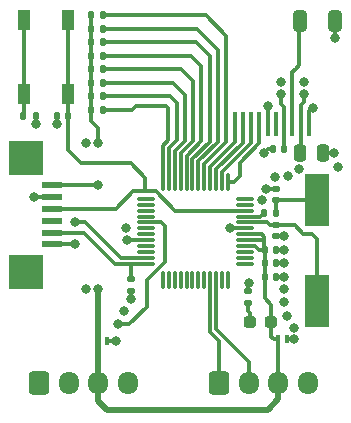
<source format=gtl>
G04 #@! TF.GenerationSoftware,KiCad,Pcbnew,(6.0.2-0)*
G04 #@! TF.CreationDate,2022-09-17T18:07:09+02:00*
G04 #@! TF.ProjectId,ER-TFT1_69-1 Adapter,45522d54-4654-4315-9f36-392d31204164,rev?*
G04 #@! TF.SameCoordinates,Original*
G04 #@! TF.FileFunction,Copper,L1,Top*
G04 #@! TF.FilePolarity,Positive*
%FSLAX46Y46*%
G04 Gerber Fmt 4.6, Leading zero omitted, Abs format (unit mm)*
G04 Created by KiCad (PCBNEW (6.0.2-0)) date 2022-09-17 18:07:09*
%MOMM*%
%LPD*%
G01*
G04 APERTURE LIST*
G04 Aperture macros list*
%AMRoundRect*
0 Rectangle with rounded corners*
0 $1 Rounding radius*
0 $2 $3 $4 $5 $6 $7 $8 $9 X,Y pos of 4 corners*
0 Add a 4 corners polygon primitive as box body*
4,1,4,$2,$3,$4,$5,$6,$7,$8,$9,$2,$3,0*
0 Add four circle primitives for the rounded corners*
1,1,$1+$1,$2,$3*
1,1,$1+$1,$4,$5*
1,1,$1+$1,$6,$7*
1,1,$1+$1,$8,$9*
0 Add four rect primitives between the rounded corners*
20,1,$1+$1,$2,$3,$4,$5,0*
20,1,$1+$1,$4,$5,$6,$7,0*
20,1,$1+$1,$6,$7,$8,$9,0*
20,1,$1+$1,$8,$9,$2,$3,0*%
G04 Aperture macros list end*
G04 #@! TA.AperFunction,SMDPad,CuDef*
%ADD10RoundRect,0.135000X-0.135000X-0.185000X0.135000X-0.185000X0.135000X0.185000X-0.135000X0.185000X0*%
G04 #@! TD*
G04 #@! TA.AperFunction,SMDPad,CuDef*
%ADD11RoundRect,0.135000X0.135000X0.185000X-0.135000X0.185000X-0.135000X-0.185000X0.135000X-0.185000X0*%
G04 #@! TD*
G04 #@! TA.AperFunction,SMDPad,CuDef*
%ADD12R,2.000000X4.500000*%
G04 #@! TD*
G04 #@! TA.AperFunction,SMDPad,CuDef*
%ADD13RoundRect,0.250000X-0.325000X-0.650000X0.325000X-0.650000X0.325000X0.650000X-0.325000X0.650000X0*%
G04 #@! TD*
G04 #@! TA.AperFunction,SMDPad,CuDef*
%ADD14R,0.350000X2.000000*%
G04 #@! TD*
G04 #@! TA.AperFunction,SMDPad,CuDef*
%ADD15RoundRect,0.135000X-0.185000X0.135000X-0.185000X-0.135000X0.185000X-0.135000X0.185000X0.135000X0*%
G04 #@! TD*
G04 #@! TA.AperFunction,ComponentPad*
%ADD16RoundRect,0.250000X-0.600000X-0.725000X0.600000X-0.725000X0.600000X0.725000X-0.600000X0.725000X0*%
G04 #@! TD*
G04 #@! TA.AperFunction,ComponentPad*
%ADD17O,1.700000X1.950000*%
G04 #@! TD*
G04 #@! TA.AperFunction,SMDPad,CuDef*
%ADD18RoundRect,0.140000X-0.140000X-0.170000X0.140000X-0.170000X0.140000X0.170000X-0.140000X0.170000X0*%
G04 #@! TD*
G04 #@! TA.AperFunction,SMDPad,CuDef*
%ADD19RoundRect,0.140000X0.140000X0.170000X-0.140000X0.170000X-0.140000X-0.170000X0.140000X-0.170000X0*%
G04 #@! TD*
G04 #@! TA.AperFunction,SMDPad,CuDef*
%ADD20RoundRect,0.140000X0.170000X-0.140000X0.170000X0.140000X-0.170000X0.140000X-0.170000X-0.140000X0*%
G04 #@! TD*
G04 #@! TA.AperFunction,SMDPad,CuDef*
%ADD21RoundRect,0.100000X0.100000X0.250000X-0.100000X0.250000X-0.100000X-0.250000X0.100000X-0.250000X0*%
G04 #@! TD*
G04 #@! TA.AperFunction,SMDPad,CuDef*
%ADD22RoundRect,0.237500X-0.287500X-0.237500X0.287500X-0.237500X0.287500X0.237500X-0.287500X0.237500X0*%
G04 #@! TD*
G04 #@! TA.AperFunction,SMDPad,CuDef*
%ADD23RoundRect,0.250000X-0.250000X-0.475000X0.250000X-0.475000X0.250000X0.475000X-0.250000X0.475000X0*%
G04 #@! TD*
G04 #@! TA.AperFunction,SMDPad,CuDef*
%ADD24R,3.000000X3.000000*%
G04 #@! TD*
G04 #@! TA.AperFunction,SMDPad,CuDef*
%ADD25R,1.800000X0.600000*%
G04 #@! TD*
G04 #@! TA.AperFunction,SMDPad,CuDef*
%ADD26R,1.000000X1.700000*%
G04 #@! TD*
G04 #@! TA.AperFunction,SMDPad,CuDef*
%ADD27RoundRect,0.075000X0.662500X0.075000X-0.662500X0.075000X-0.662500X-0.075000X0.662500X-0.075000X0*%
G04 #@! TD*
G04 #@! TA.AperFunction,SMDPad,CuDef*
%ADD28RoundRect,0.075000X0.075000X0.662500X-0.075000X0.662500X-0.075000X-0.662500X0.075000X-0.662500X0*%
G04 #@! TD*
G04 #@! TA.AperFunction,ViaPad*
%ADD29C,0.800000*%
G04 #@! TD*
G04 #@! TA.AperFunction,Conductor*
%ADD30C,0.300000*%
G04 #@! TD*
G04 #@! TA.AperFunction,Conductor*
%ADD31C,0.500000*%
G04 #@! TD*
G04 APERTURE END LIST*
D10*
X117615000Y-84331601D03*
X118635000Y-84331601D03*
X117615000Y-86617601D03*
X118635000Y-86617601D03*
D11*
X133284593Y-98756401D03*
X132264593Y-98756401D03*
D12*
X136782593Y-106211601D03*
X136782593Y-97711601D03*
D10*
X117615000Y-82045601D03*
X118635000Y-82045601D03*
D13*
X135325000Y-82525000D03*
X138275000Y-82525000D03*
D14*
X124206200Y-91281600D03*
X124906200Y-91281600D03*
X125606200Y-91281600D03*
X126306200Y-91281600D03*
X127006200Y-91281600D03*
X127706200Y-91281600D03*
X128406200Y-91281600D03*
X129106200Y-91281600D03*
X129806200Y-91281600D03*
X130506200Y-91281600D03*
X131206200Y-91281600D03*
X131906200Y-91281600D03*
X132606200Y-91281600D03*
X133306200Y-91281600D03*
X134006200Y-91281600D03*
X134706200Y-91281600D03*
X135406200Y-91281600D03*
X136106200Y-91281600D03*
D15*
X130987593Y-105411601D03*
X130987593Y-106431601D03*
D16*
X113267593Y-113143601D03*
D17*
X115767593Y-113143601D03*
X118267593Y-113143601D03*
X120767593Y-113143601D03*
D10*
X117615000Y-85474601D03*
X118635000Y-85474601D03*
D18*
X132345393Y-104161601D03*
X133305393Y-104161601D03*
D10*
X111935593Y-90554601D03*
X112955593Y-90554601D03*
D19*
X115744993Y-90554601D03*
X114784993Y-90554601D03*
D10*
X117615000Y-83188601D03*
X118635000Y-83188601D03*
D16*
X128507593Y-113143601D03*
D17*
X131007593Y-113143601D03*
X133507593Y-113143601D03*
X136007593Y-113143601D03*
D20*
X133282593Y-100760401D03*
X133282593Y-99800401D03*
D21*
X119018593Y-109604601D03*
X118318593Y-109604601D03*
D22*
X131140193Y-107976601D03*
X132890193Y-107976601D03*
D21*
X134207593Y-109486601D03*
X133507593Y-109486601D03*
D23*
X135371593Y-93729601D03*
X137271593Y-93729601D03*
D18*
X132345393Y-103018601D03*
X133305393Y-103018601D03*
D24*
X112158593Y-94086601D03*
X112158593Y-103786601D03*
D25*
X114328593Y-96436601D03*
X114328593Y-97436601D03*
X114328593Y-98436601D03*
X114328593Y-99436601D03*
X114328593Y-100436601D03*
X114328593Y-101436601D03*
D26*
X115742593Y-88751601D03*
X115742593Y-82451601D03*
X111942593Y-82451601D03*
X111942593Y-88751601D03*
D19*
X133987593Y-93336601D03*
X133027593Y-93336601D03*
D15*
X121081593Y-104366301D03*
X121081593Y-105386301D03*
D20*
X133282593Y-97712401D03*
X133282593Y-96752401D03*
D10*
X117615000Y-90046601D03*
X118635000Y-90046601D03*
X117615000Y-87760601D03*
X118635000Y-87760601D03*
D18*
X132345393Y-101875601D03*
X133305393Y-101875601D03*
D10*
X117615000Y-88903601D03*
X118635000Y-88903601D03*
D27*
X130659893Y-103086601D03*
X130659893Y-102586601D03*
X130659893Y-102086601D03*
X130659893Y-101586601D03*
X130659893Y-101086601D03*
X130659893Y-100586601D03*
X130659893Y-100086601D03*
X130659893Y-99586601D03*
X130659893Y-99086601D03*
X130659893Y-98586601D03*
X130659893Y-98086601D03*
X130659893Y-97586601D03*
D28*
X129247393Y-96174101D03*
X128747393Y-96174101D03*
X128247393Y-96174101D03*
X127747393Y-96174101D03*
X127247393Y-96174101D03*
X126747393Y-96174101D03*
X126247393Y-96174101D03*
X125747393Y-96174101D03*
X125247393Y-96174101D03*
X124747393Y-96174101D03*
X124247393Y-96174101D03*
X123747393Y-96174101D03*
D27*
X122334893Y-97586601D03*
X122334893Y-98086601D03*
X122334893Y-98586601D03*
X122334893Y-99086601D03*
X122334893Y-99586601D03*
X122334893Y-100086601D03*
X122334893Y-100586601D03*
X122334893Y-101086601D03*
X122334893Y-101586601D03*
X122334893Y-102086601D03*
X122334893Y-102586601D03*
X122334893Y-103086601D03*
D28*
X123747393Y-104499101D03*
X124247393Y-104499101D03*
X124747393Y-104499101D03*
X125247393Y-104499101D03*
X125747393Y-104499101D03*
X126247393Y-104499101D03*
X126747393Y-104499101D03*
X127247393Y-104499101D03*
X127747393Y-104499101D03*
X128247393Y-104499101D03*
X128747393Y-104499101D03*
X129247393Y-104499101D03*
D29*
X118257593Y-105186601D03*
X118257593Y-96436601D03*
X133782593Y-88711601D03*
X135682593Y-88711601D03*
X118257593Y-92836601D03*
X136432593Y-89861601D03*
X138232593Y-93736601D03*
X134007593Y-103011601D03*
X114782593Y-91286601D03*
X134832593Y-108486601D03*
X119732593Y-109611601D03*
X134800000Y-109486601D03*
X129407593Y-100086601D03*
X135682593Y-87686601D03*
X138607593Y-94886601D03*
X121081593Y-106101301D03*
X134007593Y-106336601D03*
X117257593Y-92836601D03*
X112957593Y-91286601D03*
X132132593Y-97711601D03*
X132607593Y-89686601D03*
X134257593Y-107486601D03*
X134307593Y-95686601D03*
X120471993Y-107064601D03*
X134007593Y-101886601D03*
X134007593Y-104161601D03*
X133782593Y-87686601D03*
X135257593Y-95061601D03*
X120649793Y-100054201D03*
X112832593Y-97436601D03*
X138281000Y-84006000D03*
X132507593Y-96761601D03*
X117232593Y-105186601D03*
X133257593Y-95711601D03*
X131002593Y-104733801D03*
X132282593Y-93686601D03*
X134007593Y-105236601D03*
X134007593Y-100761601D03*
X120675193Y-101070201D03*
X119913193Y-108182201D03*
X116307593Y-101436601D03*
X116307593Y-99511601D03*
D30*
X118257593Y-91611601D02*
X118257593Y-92836601D01*
X132345393Y-103018601D02*
X132345393Y-104161601D01*
X132890193Y-106544201D02*
X132890193Y-107976601D01*
X132345393Y-104161601D02*
X132345393Y-105999401D01*
X117615000Y-83188601D02*
X117615000Y-84331601D01*
X132882593Y-109261601D02*
X132882593Y-107984201D01*
X131557593Y-101586601D02*
X131846593Y-101875601D01*
X135406200Y-91281600D02*
X135406200Y-89662994D01*
X134006200Y-89810208D02*
X133782593Y-89586601D01*
X132307593Y-101086601D02*
X132332593Y-101061601D01*
X135406200Y-93694994D02*
X135371593Y-93729601D01*
X131846593Y-101875601D02*
X132345393Y-101875601D01*
X117615000Y-86617601D02*
X117615000Y-87760601D01*
X117615000Y-90969008D02*
X118257593Y-91611601D01*
X117615000Y-88903601D02*
X117615000Y-90046601D01*
X130659893Y-101586601D02*
X131557593Y-101586601D01*
X132107593Y-100586601D02*
X132332593Y-100811601D01*
D31*
X118267593Y-114696601D02*
X119032593Y-115461601D01*
D30*
X114328593Y-96436601D02*
X118257593Y-96436601D01*
D31*
X118267593Y-105196601D02*
X118257593Y-105186601D01*
D30*
X132332593Y-101862801D02*
X132345393Y-101875601D01*
D31*
X119032593Y-115461601D02*
X132607593Y-115461601D01*
X133507593Y-114561601D02*
X133507593Y-113143601D01*
D30*
X133782593Y-89586601D02*
X133782593Y-88711601D01*
X132882593Y-107984201D02*
X132890193Y-107976601D01*
X117615000Y-85474601D02*
X117615000Y-86617601D01*
X132345393Y-101875601D02*
X132345393Y-103018601D01*
X117615000Y-90046601D02*
X117615000Y-90969008D01*
D31*
X118267593Y-113270601D02*
X118267593Y-114696601D01*
D30*
X134006200Y-91281600D02*
X134006200Y-89810208D01*
X133107593Y-109486601D02*
X132882593Y-109261601D01*
X134006200Y-91281600D02*
X134006200Y-93317994D01*
X134006200Y-93317994D02*
X133987593Y-93336601D01*
X117615000Y-82045601D02*
X117615000Y-83188601D01*
X132332593Y-100811601D02*
X132332593Y-101061601D01*
X135406200Y-89662994D02*
X135682593Y-89386601D01*
X130659893Y-101086601D02*
X132307593Y-101086601D01*
X133507593Y-113143601D02*
X133507593Y-109486601D01*
X133507593Y-109486601D02*
X133107593Y-109486601D01*
X132332593Y-101061601D02*
X132332593Y-101862801D01*
X135682593Y-89386601D02*
X135682593Y-88711601D01*
D31*
X132607593Y-115461601D02*
X133507593Y-114561601D01*
D30*
X130659893Y-100586601D02*
X132107593Y-100586601D01*
X135406200Y-91281600D02*
X135406200Y-93694994D01*
D31*
X118267593Y-113270601D02*
X118267593Y-105196601D01*
D30*
X117615000Y-84331601D02*
X117615000Y-85474601D01*
X132345393Y-105999401D02*
X132890193Y-106544201D01*
X117615000Y-87760601D02*
X117615000Y-88903601D01*
X130659893Y-100086601D02*
X129407593Y-100086601D01*
X119018593Y-109604601D02*
X119725593Y-109604601D01*
X132516793Y-96752401D02*
X132507593Y-96761601D01*
X133282593Y-100760401D02*
X134006393Y-100760401D01*
X134000593Y-103018601D02*
X134007593Y-103011601D01*
X130987593Y-104748801D02*
X131002593Y-104733801D01*
X132632593Y-93336601D02*
X132282593Y-93686601D01*
X138225593Y-93729601D02*
X138232593Y-93736601D01*
X132606200Y-91281600D02*
X132606200Y-89687994D01*
X112955593Y-90554601D02*
X112955593Y-91284601D01*
X133996593Y-101875601D02*
X134007593Y-101886601D01*
X136106200Y-90187994D02*
X136432593Y-89861601D01*
X138275000Y-84000000D02*
X138281000Y-84006000D01*
X133027593Y-93336601D02*
X132632593Y-93336601D01*
X121081593Y-105386301D02*
X121081593Y-106101301D01*
X137271593Y-93729601D02*
X138225593Y-93729601D01*
X132606200Y-89687994D02*
X132607593Y-89686601D01*
X133282593Y-96752401D02*
X132516793Y-96752401D01*
X114784993Y-91284201D02*
X114782593Y-91286601D01*
X138275000Y-82525000D02*
X138275000Y-84000000D01*
X114328593Y-97436601D02*
X112832593Y-97436601D01*
X114784993Y-90554601D02*
X114784993Y-91284201D01*
X136106200Y-91281600D02*
X136106200Y-90187994D01*
X133305393Y-103018601D02*
X134000593Y-103018601D01*
X119725593Y-109604601D02*
X119732593Y-109611601D01*
X134006393Y-100760401D02*
X134007593Y-100761601D01*
X133305393Y-104161601D02*
X134007593Y-104161601D01*
X130987593Y-105411601D02*
X130987593Y-104748801D01*
X134207593Y-109486601D02*
X134800000Y-109486601D01*
X133305393Y-101875601D02*
X133996593Y-101875601D01*
X112955593Y-91284601D02*
X112957593Y-91286601D01*
X132796393Y-99800401D02*
X133282593Y-99800401D01*
X134221393Y-99800401D02*
X133282593Y-99800401D01*
X136782593Y-100986601D02*
X136345093Y-100549101D01*
X130659893Y-99586601D02*
X132582593Y-99586601D01*
X135645093Y-100549101D02*
X134907593Y-99811601D01*
X134232593Y-99811601D02*
X134221393Y-99800401D01*
X134907593Y-99811601D02*
X134232593Y-99811601D01*
X136782593Y-106211601D02*
X136782593Y-100986601D01*
X136345093Y-100549101D02*
X135645093Y-100549101D01*
X132582593Y-99586601D02*
X132796393Y-99800401D01*
X133282593Y-97712401D02*
X133283393Y-97711601D01*
X133284593Y-97714401D02*
X133282593Y-97712401D01*
X133284593Y-98756401D02*
X133284593Y-97714401D01*
X133283393Y-97711601D02*
X136782593Y-97711601D01*
X131114793Y-107217201D02*
X130987593Y-107090001D01*
X131140193Y-107976601D02*
X131140193Y-107217201D01*
X131140193Y-107217201D02*
X131114793Y-107217201D01*
X130987593Y-107090001D02*
X130987593Y-106431601D01*
X127747393Y-108853601D02*
X128507593Y-109613801D01*
X128507593Y-109613801D02*
X128507593Y-113143601D01*
X127747393Y-104499101D02*
X127747393Y-108853601D01*
X131007593Y-111402601D02*
X131007593Y-113143601D01*
X128247393Y-108642401D02*
X131007593Y-111402601D01*
X128247393Y-104499101D02*
X128247393Y-108642401D01*
X120691593Y-101086601D02*
X122334893Y-101086601D01*
X120675193Y-101070201D02*
X120691593Y-101086601D01*
X122376993Y-106709001D02*
X122376993Y-104423001D01*
X123560393Y-99586601D02*
X122334893Y-99586601D01*
X122376993Y-104423001D02*
X123900993Y-102899001D01*
X120903793Y-108182201D02*
X122376993Y-106709001D01*
X119913193Y-108182201D02*
X120903793Y-108182201D01*
X123900993Y-99927201D02*
X123560393Y-99586601D01*
X123900993Y-102899001D02*
X123900993Y-99927201D01*
X120182593Y-102586601D02*
X122334893Y-102586601D01*
X117107593Y-99511601D02*
X120182593Y-102586601D01*
X116307593Y-99511601D02*
X117107593Y-99511601D01*
X114328593Y-101436601D02*
X116307593Y-101436601D01*
X120382593Y-103086601D02*
X122334893Y-103086601D01*
X121081593Y-104366301D02*
X121081593Y-103101301D01*
X114328593Y-100436601D02*
X117057593Y-100436601D01*
X119707593Y-103086601D02*
X120382593Y-103086601D01*
X117057593Y-100436601D02*
X119707593Y-103086601D01*
X119757593Y-98436601D02*
X114328593Y-98436601D01*
X121007593Y-94536601D02*
X122257593Y-95786601D01*
X130659893Y-98586601D02*
X124757593Y-98586601D01*
X116807593Y-94536601D02*
X121007593Y-94536601D01*
X124757593Y-98586601D02*
X123132593Y-96961601D01*
X115732593Y-93461601D02*
X116807593Y-94536601D01*
X123132593Y-96961601D02*
X122257593Y-96961601D01*
X115732593Y-90567001D02*
X115732593Y-93461601D01*
X115742593Y-82451601D02*
X115742593Y-88751601D01*
X122257593Y-96961601D02*
X121232593Y-96961601D01*
X115744993Y-90554601D02*
X115732593Y-90567001D01*
X122257593Y-95786601D02*
X122257593Y-96961601D01*
X121232593Y-96961601D02*
X119757593Y-98436601D01*
X115742593Y-90552201D02*
X115744993Y-90554601D01*
X115742593Y-88751601D02*
X115742593Y-90552201D01*
X121482593Y-89711601D02*
X121147593Y-90046601D01*
X123747393Y-93071801D02*
X123747393Y-96174101D01*
X121147593Y-90046601D02*
X118635000Y-90046601D01*
X124206200Y-91281600D02*
X124206200Y-92612994D01*
X124206200Y-91281600D02*
X124206200Y-89935208D01*
X123982593Y-89711601D02*
X121482593Y-89711601D01*
X124206200Y-89935208D02*
X123982593Y-89711601D01*
X124206200Y-92612994D02*
X123747393Y-93071801D01*
X124324593Y-88903601D02*
X118635000Y-88903601D01*
X124906200Y-89485208D02*
X124324593Y-88903601D01*
X124906200Y-91281600D02*
X124906200Y-89485208D01*
X124247393Y-93296801D02*
X124247393Y-96174101D01*
X124906200Y-92637994D02*
X124247393Y-93296801D01*
X124906200Y-91281600D02*
X124906200Y-92637994D01*
X125606200Y-88785208D02*
X124581593Y-87760601D01*
X125606200Y-91281600D02*
X125606200Y-92662994D01*
X125606200Y-92662994D02*
X124747393Y-93521801D01*
X124747393Y-93521801D02*
X124747393Y-96174101D01*
X124581593Y-87760601D02*
X118635000Y-87760601D01*
X125606200Y-91281600D02*
X125606200Y-88785208D01*
X126306200Y-91281600D02*
X126306200Y-87635208D01*
X126306200Y-91281600D02*
X126306200Y-92687994D01*
X118641000Y-86611601D02*
X118635000Y-86617601D01*
X125282593Y-86611601D02*
X118641000Y-86611601D01*
X126306200Y-87635208D02*
X125282593Y-86611601D01*
X125247393Y-93746801D02*
X125247393Y-96174101D01*
X126306200Y-92687994D02*
X125247393Y-93746801D01*
X125747393Y-93971801D02*
X125747393Y-96174101D01*
X127006200Y-91281600D02*
X127006200Y-92712994D01*
X118648000Y-85461601D02*
X118635000Y-85474601D01*
X127006200Y-86310208D02*
X126157593Y-85461601D01*
X127006200Y-91281600D02*
X127006200Y-86310208D01*
X127006200Y-92712994D02*
X125747393Y-93971801D01*
X126157593Y-85461601D02*
X118648000Y-85461601D01*
X126247393Y-94196801D02*
X126247393Y-96174101D01*
X127706200Y-91281600D02*
X127706200Y-85460208D01*
X127706200Y-92737994D02*
X126247393Y-94196801D01*
X127706200Y-85460208D02*
X126577593Y-84331601D01*
X126577593Y-84331601D02*
X118635000Y-84331601D01*
X127706200Y-91281600D02*
X127706200Y-92737994D01*
X126607593Y-83186601D02*
X118637000Y-83186601D01*
X128406200Y-92762994D02*
X126747393Y-94421801D01*
X128406200Y-84985208D02*
X126607593Y-83186601D01*
X118637000Y-83186601D02*
X118635000Y-83188601D01*
X126747393Y-94421801D02*
X126747393Y-96174101D01*
X128406200Y-91281600D02*
X128406200Y-84985208D01*
X128406200Y-91281600D02*
X128406200Y-92762994D01*
X129106200Y-83760208D02*
X127391593Y-82045601D01*
X129106200Y-91281600D02*
X129106200Y-83760208D01*
X127391593Y-82045601D02*
X118635000Y-82045601D01*
X129106200Y-92787994D02*
X127247393Y-94646801D01*
X129106200Y-91281600D02*
X129106200Y-92787994D01*
X127247393Y-94646801D02*
X127247393Y-96174101D01*
X127747393Y-94871801D02*
X127747393Y-96174101D01*
X129806200Y-91281600D02*
X129806200Y-92812994D01*
X129806200Y-92812994D02*
X127747393Y-94871801D01*
X130506200Y-92837994D02*
X128247393Y-95096801D01*
X128247393Y-95096801D02*
X128247393Y-96174101D01*
X130506200Y-91281600D02*
X130506200Y-92837994D01*
X128747393Y-95321801D02*
X128747393Y-96174101D01*
X131206200Y-92862994D02*
X128747393Y-95321801D01*
X131206200Y-91281600D02*
X131206200Y-92862994D01*
X129247393Y-96174101D02*
X129770093Y-96174101D01*
X130257593Y-94536601D02*
X131906200Y-92887994D01*
X129770093Y-96174101D02*
X130257593Y-95686601D01*
X130257593Y-95686601D02*
X130257593Y-94536601D01*
X131906200Y-92887994D02*
X131906200Y-91281600D01*
X134706200Y-86879401D02*
X135030301Y-86555301D01*
X135300001Y-86285601D02*
X135030301Y-86555301D01*
X134706200Y-91281600D02*
X134706200Y-86879401D01*
X135300001Y-86285601D02*
X135300001Y-82550001D01*
X111942593Y-82451601D02*
X111942593Y-88751601D01*
X111942593Y-90547601D02*
X111935593Y-90554601D01*
X111942593Y-88751601D02*
X111942593Y-90547601D01*
X130659893Y-99086601D02*
X131932593Y-99086601D01*
X132262793Y-98756401D02*
X132264593Y-98756401D01*
X131932593Y-99086601D02*
X132262793Y-98756401D01*
M02*

</source>
